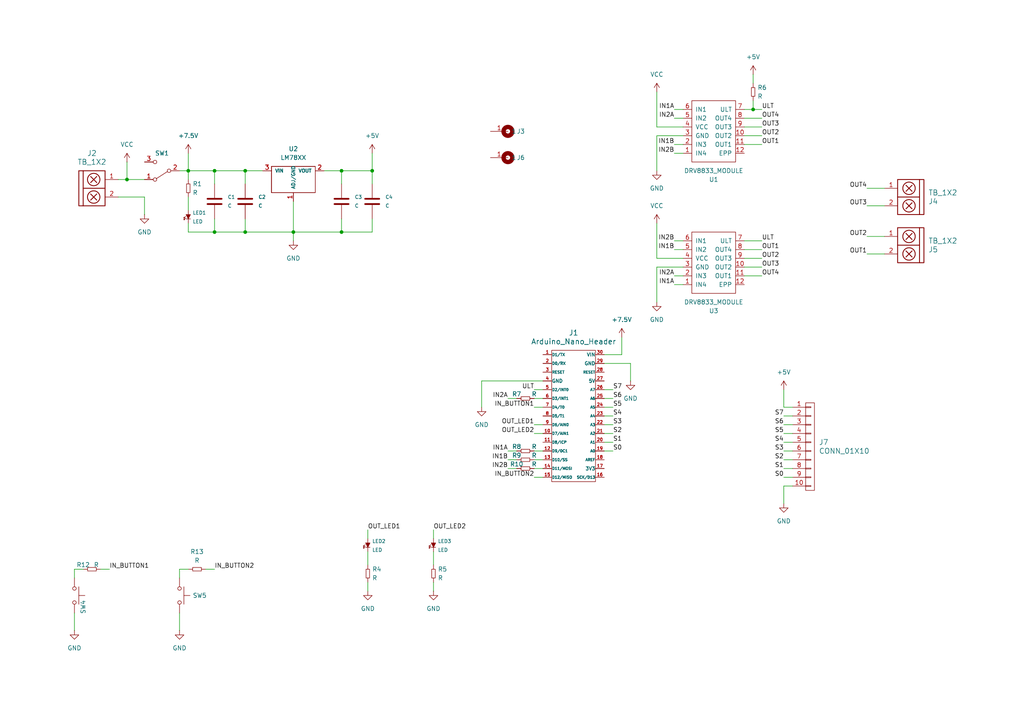
<source format=kicad_sch>
(kicad_sch (version 20231120) (generator "eeschema") (generator_version "8.0")
  (paper "A4")
  (lib_symbols
    (symbol "EESTN5:Arduino_Nano_Header" (pin_names (offset 0.0254))
      (property "Reference" "J" (at 0 20.32 0))
      (property "Value" "Arduino_Nano_Header" (at 0 -20.32 0))
      (symbol "Arduino_Nano_Header_0_1"
        (rectangle (start 6.35 -19.05) (end -6.35 19.05))
      )
      (symbol "Arduino_Nano_Header_1_1"
        (pin passive line (at -8.89 17.78 0) (length 2.54) (name "D1/TX") (number "1"))
        (pin passive line (at -8.89 -5.08 0) (length 2.54) (name "D7/AIN1") (number "10"))
        (pin passive line (at -8.89 -7.62 0) (length 2.54) (name "D8/ICP") (number "11"))
        (pin passive line (at -8.89 -10.16 0) (length 2.54) (name "D9/0C1") (number "12"))
        (pin passive line (at -8.89 -12.7 0) (length 2.54) (name "D10/SS") (number "13"))
        (pin passive line (at -8.89 -15.24 0) (length 2.54) (name "D11/MOSI") (number "14"))
        (pin passive line (at -8.89 -17.78 0) (length 2.54) (name "D12/MISO") (number "15"))
        (pin passive line (at 8.89 -17.78 180) (length 2.54) (name "SCK/D13") (number "16"))
        (pin passive line (at 8.89 -15.24 180) (length 2.54) (name "3V3") (number "17"))
        (pin passive line (at 8.89 -12.7 180) (length 2.54) (name "AREF") (number "18"))
        (pin passive line (at 8.89 -10.16 180) (length 2.54) (name "A0") (number "19"))
        (pin passive line (at -8.89 15.24 0) (length 2.54) (name "D0/RX") (number "2"))
        (pin passive line (at 8.89 -7.62 180) (length 2.54) (name "A1") (number "20"))
        (pin passive line (at 8.89 -5.08 180) (length 2.54) (name "A2") (number "21"))
        (pin passive line (at 8.89 -2.54 180) (length 2.54) (name "A3") (number "22"))
        (pin passive line (at 8.89 0 180) (length 2.54) (name "A4") (number "23"))
        (pin passive line (at 8.89 2.54 180) (length 2.54) (name "A5") (number "24"))
        (pin passive line (at 8.89 5.08 180) (length 2.54) (name "A6") (number "25"))
        (pin passive line (at 8.89 7.62 180) (length 2.54) (name "A7") (number "26"))
        (pin passive line (at 8.89 10.16 180) (length 2.54) (name "5V") (number "27"))
        (pin passive line (at 8.89 12.7 180) (length 2.54) (name "RESET") (number "28"))
        (pin passive line (at 8.89 15.24 180) (length 2.54) (name "GND") (number "29"))
        (pin passive line (at -8.89 12.7 0) (length 2.54) (name "RESET") (number "3"))
        (pin passive line (at 8.89 17.78 180) (length 2.54) (name "VIN") (number "30"))
        (pin passive line (at -8.89 10.16 0) (length 2.54) (name "GND") (number "4"))
        (pin passive line (at -8.89 7.62 0) (length 2.54) (name "D2/INT0") (number "5"))
        (pin passive line (at -8.89 5.08 0) (length 2.54) (name "D3/INT1") (number "6"))
        (pin passive line (at -8.89 2.54 0) (length 2.54) (name "D4/T0") (number "7"))
        (pin passive line (at -8.89 0 0) (length 2.54) (name "D5/T1") (number "8"))
        (pin passive line (at -8.89 -2.54 0) (length 2.54) (name "D6/AIN0") (number "9"))
      )
    )
    (symbol "EESTN5:C" (pin_numbers hide) (pin_names (offset 0.254))
      (property "Reference" "C" (at 0 2.54 0))
      (property "Value" "C" (at 0.1524 -2.159 0))
      (symbol "C_0_1"
        (polyline (pts (xy -2.032 -0.762) (xy 2.032 -0.762)) (stroke (width 0.508)))
        (polyline (pts (xy -2.032 0.762) (xy 2.032 0.762)) (stroke (width 0.508)))
      )
      (symbol "C_1_1"
        (pin passive line (at 0 5.08 270) (length 4.318) (name "~") (number "1"))
        (pin passive line (at 0 -5.08 90) (length 4.318) (name "~") (number "2"))
      )
    )
    (symbol "EESTN5:Cable_PAD" (pin_names (offset 1.016))
      (property "Reference" "J" (at 0 5.08 0))
      (symbol "Cable_PAD_0_1"
        (circle (center 0 0) (radius 1.27) (stroke (width 1.27)))
      )
      (symbol "Cable_PAD_1_1"
        (pin input line (at -5.08 0 0) (length 5.08) (name "1") (number "1"))
      )
    )
    (symbol "EESTN5:LED" (pin_numbers hide) (pin_names (offset 1.016) hide)
      (property "Reference" "LED" (at 0 2.54 0))
      (property "Value" "LED" (at 0 -2.54 0))
      (symbol "LED_0_1"
        (polyline (pts (xy 0 -0.635) (xy 1.27 0)))
        (polyline (pts (xy 0.508 -0.762) (xy 1.016 -1.27) (xy 1.016 -1.27)))
        (polyline (pts (xy 1.016 -0.762) (xy 1.524 -1.27) (xy 1.524 -1.27)))
        (polyline (pts (xy 1.27 -0.635) (xy 1.27 0.635) (xy 1.27 0.635)))
        (polyline (pts (xy 1.27 0) (xy 0 0.635) (xy 0 -0.635) (xy 0 -0.635)) (fill (type outline)))
        (polyline (pts (xy 1.524 -1.27) (xy 1.27 -1.27) (xy 1.524 -1.016) (xy 1.524 -1.27) (xy 1.524 -1.27)) (fill (type outline)))
        (polyline (pts (xy 1.016 -1.27) (xy 0.762 -1.27) (xy 1.016 -1.016) (xy 1.016 -1.27) (xy 1.016 -1.27) (xy 1.016 -1.27)) (fill (type outline)))
      )
      (symbol "LED_1_1"
        (pin passive line (at -1.27 0 0) (length 1.27) (name "A") (number "1"))
        (pin passive line (at 2.54 0 180) (length 1.27) (name "K") (number "2"))
      )
    )
    (symbol "EESTN5:R" (pin_numbers hide) (pin_names (offset 0))
      (property "Reference" "R" (at -1.27 0 90))
      (property "Value" "R" (at 1.27 0 90))
      (symbol "R_0_1"
        (rectangle (start 0.508 1.27) (end -0.508 -1.27))
      )
      (symbol "R_1_1"
        (pin passive line (at 0 2.54 270) (length 1.27) (name "~") (number "1"))
        (pin passive line (at 0 -2.54 90) (length 1.27) (name "~") (number "2"))
      )
    )
    (symbol "EESTN5:SW_Push" (pin_numbers hide) (pin_names (offset 1.016) hide)
      (property "Reference" "SW" (at 1.27 2.54 0))
      (symbol "SW_Push_0_1"
        (circle (center -2.032 0) (radius 0.508))
        (polyline (pts (xy 0 1.27) (xy 0 3.048)))
        (polyline (pts (xy 2.54 1.27) (xy -2.54 1.27)))
        (circle (center 2.032 0) (radius 0.508))
        (pin passive line (at -5.08 0 0) (length 2.54) (name "1") (number "1"))
        (pin passive line (at 5.08 0 180) (length 2.54) (name "2") (number "2"))
      )
    )
    (symbol "EESTN5:SW_SPDT" (pin_names (offset 0) hide)
      (property "Reference" "SW" (at 0 4.318 0))
      (symbol "SW_SPDT_0_0"
        (circle (center -2.032 0) (radius 0.508))
        (circle (center 2.032 -2.54) (radius 0.508))
      )
      (symbol "SW_SPDT_0_1"
        (polyline (pts (xy -1.524 0.254) (xy 1.651 2.286)))
        (circle (center 2.032 2.54) (radius 0.508))
      )
      (symbol "SW_SPDT_1_1"
        (pin passive line (at 5.08 2.54 180) (length 2.54) (name "A") (number "1"))
        (pin passive line (at -5.08 0 0) (length 2.54) (name "B") (number "2"))
        (pin passive line (at 5.08 -2.54 180) (length 2.54) (name "C") (number "3"))
      )
    )
    (symbol "EESTN5:TB_1X2" (pin_names (offset 1.016))
      (property "Reference" "J" (at 0 7.62 0))
      (property "Value" "TB_1X2" (at 1.27 -7.62 0))
      (symbol "TB_1X2_0_1"
        (rectangle (start -2.54 5.08) (end 5.08 -5.08) (stroke (width 0.254)))
        (polyline (pts (xy -1.27 0) (xy 5.08 0)) (stroke (width 0.254)))
        (polyline (pts (xy -1.27 5.08) (xy -1.27 -5.08)) (stroke (width 0.254)))
        (polyline (pts (xy 0.889 -3.429) (xy 2.667 -1.651)) (stroke (width 0.254)))
        (polyline (pts (xy 0.889 -1.651) (xy 2.667 -3.429)) (stroke (width 0.254)))
        (polyline (pts (xy 0.889 1.651) (xy 2.667 3.429)) (stroke (width 0.254)))
        (polyline (pts (xy 0.889 3.429) (xy 2.667 1.651)) (stroke (width 0.254)))
        (circle (center 1.778 -2.54) (radius 1.8034) (stroke (width 0.254)))
        (circle (center 1.778 2.54) (radius 1.8034) (stroke (width 0.254)))
      )
      (symbol "TB_1X2_1_1"
        (pin input line (at 8.89 2.54 180) (length 3.81) (name "~") (number "1"))
        (pin input line (at 8.89 -2.54 180) (length 3.81) (name "~") (number "2"))
      )
    )
    (symbol "MacroLib:CONN_01X10" (pin_names (offset 1.016))
      (property "Reference" "J" (at 0 0 0))
      (property "Value" "CONN_01X10" (at -1.27 13.97 0))
      (symbol "CONN_01X10_1_1"
        (rectangle (start -1.27 -12.7) (end 1.27 12.7))
        (rectangle (start -1.27 -11.303) (end 0.254 -11.557))
        (rectangle (start -1.27 -8.763) (end 0.254 -9.017))
        (rectangle (start -1.27 -6.223) (end 0.254 -6.477))
        (rectangle (start -1.27 -3.683) (end 0.254 -3.937))
        (rectangle (start -1.27 -1.143) (end 0.254 -1.397))
        (rectangle (start -1.27 1.397) (end 0.254 1.143))
        (rectangle (start -1.27 3.937) (end 0.254 3.683))
        (rectangle (start -1.27 6.477) (end 0.254 6.223))
        (rectangle (start -1.27 9.017) (end 0.254 8.763))
        (rectangle (start -1.27 11.557) (end 0.254 11.303))
        (pin passive line (at -5.08 11.43 0) (length 3.81) (name "~") (number "1"))
        (pin passive line (at -5.08 -11.43 0) (length 3.81) (name "~") (number "10"))
        (pin passive line (at -5.08 8.89 0) (length 3.81) (name "~") (number "2"))
        (pin passive line (at -5.08 6.35 0) (length 3.81) (name "~") (number "3"))
        (pin passive line (at -5.08 3.81 0) (length 3.81) (name "~") (number "4"))
        (pin passive line (at -5.08 1.27 0) (length 3.81) (name "~") (number "5"))
        (pin passive line (at -5.08 -1.27 0) (length 3.81) (name "~") (number "6"))
        (pin passive line (at -5.08 -3.81 0) (length 3.81) (name "~") (number "7"))
        (pin passive line (at -5.08 -6.35 0) (length 3.81) (name "~") (number "8"))
        (pin passive line (at -5.08 -8.89 0) (length 3.81) (name "~") (number "9"))
      )
    )
    (symbol "MacroLib:DRV8833_MODULE" (pin_names (offset 1.016))
      (property "Reference" "U" (at 0 12.7 0))
      (property "Value" "DRV8833_MODULE" (at 0 10.16 0))
      (symbol "DRV8833_MODULE_0_1"
        (rectangle (start -6.35 8.89) (end 6.35 -8.89))
      )
      (symbol "DRV8833_MODULE_1_1"
        (pin input line (at -8.89 6.35 0) (length 2.54) (name "IN4") (number "1"))
        (pin output line (at 8.89 1.27 180) (length 2.54) (name "OUT2") (number "10"))
        (pin output line (at 8.89 3.81 180) (length 2.54) (name "OUT1") (number "11"))
        (pin input line (at 8.89 6.35 180) (length 2.54) (name "EPP") (number "12"))
        (pin input line (at -8.89 3.81 0) (length 2.54) (name "IN3") (number "2"))
        (pin power_in line (at -8.89 1.27 0) (length 2.54) (name "GND") (number "3"))
        (pin power_in line (at -8.89 -1.27 0) (length 2.54) (name "VCC") (number "4"))
        (pin input line (at -8.89 -3.81 0) (length 2.54) (name "IN2") (number "5"))
        (pin input line (at -8.89 -6.35 0) (length 2.54) (name "IN1") (number "6"))
        (pin output line (at 8.89 -6.35 180) (length 2.54) (name "ULT") (number "7"))
        (pin output line (at 8.89 -3.81 180) (length 2.54) (name "OUT4") (number "8"))
        (pin output line (at 8.89 -1.27 180) (length 2.54) (name "OUT3") (number "9"))
      )
    )
    (symbol "MacroLib:LM78XX" (pin_names (offset 1.016))
      (property "Reference" "U" (at 0 6.985 0))
      (property "Value" "LM78XX" (at 0.127 5.08 0))
      (symbol "LM78XX_1_1"
        (rectangle (start -6.35 3.81) (end 6.35 -3.81))
        (rectangle (start -6.35 3.81) (end 6.35 -3.81))
        (pin input line (at 0 -6.35 90) (length 2.54) (name "ADJ/GND") (number "1"))
        (pin input line (at 8.89 2.54 180) (length 2.54) (name "VOUT") (number "2"))
        (pin input line (at 8.89 2.54 180) (length 2.54) (name "VOUT") (number "2"))
        (pin input line (at -8.89 2.54 0) (length 2.54) (name "VIN") (number "3"))
        (pin input line (at -8.89 2.54 0) (length 2.54) (name "VIN") (number "3"))
      )
    )
    (symbol "power:+5V" (power) (pin_numbers hide) (pin_names (offset 0) hide)
      (property "Value" "+5V" (at 0 3.556 0))
      (symbol "+5V_0_1"
        (polyline (pts (xy -0.762 1.27) (xy 0 2.54)))
        (polyline (pts (xy 0 0) (xy 0 2.54)))
        (polyline (pts (xy 0 2.54) (xy 0.762 1.27)))
      )
      (symbol "+5V_1_1"
        (pin power_in line (at 0 0 90) (length 0) (name "~") (number "1"))
      )
    )
    (symbol "power:+7.5V" (power) (pin_numbers hide) (pin_names (offset 0) hide)
      (property "Value" "+7.5V" (at 0 3.556 0))
      (symbol "+7.5V_0_1"
        (polyline (pts (xy -0.762 1.27) (xy 0 2.54)))
        (polyline (pts (xy 0 0) (xy 0 2.54)))
        (polyline (pts (xy 0 2.54) (xy 0.762 1.27)))
      )
      (symbol "+7.5V_1_1"
        (pin power_in line (at 0 0 90) (length 0) (name "~") (number "1"))
      )
    )
    (symbol "power:GND" (power) (pin_numbers hide) (pin_names (offset 0) hide)
      (property "Value" "GND" (at 0 -3.81 0))
      (symbol "GND_0_1"
        (polyline (pts (xy 0 0) (xy 0 -1.27) (xy 1.27 -1.27) (xy 0 -2.54) (xy -1.27 -1.27) (xy 0 -1.27)))
      )
      (symbol "GND_1_1"
        (pin power_in line (at 0 0 270) (length 0) (name "~") (number "1"))
      )
    )
    (symbol "power:VCC" (power) (pin_numbers hide) (pin_names (offset 0) hide)
      (property "Value" "VCC" (at 0 3.556 0))
      (symbol "VCC_0_1"
        (polyline (pts (xy -0.762 1.27) (xy 0 2.54)))
        (polyline (pts (xy 0 0) (xy 0 2.54)))
        (polyline (pts (xy 0 2.54) (xy 0.762 1.27)))
      )
      (symbol "VCC_1_1"
        (pin power_in line (at 0 0 90) (length 0) (name "~") (number "1"))
      )
    )
  )
  (junction (at 99.06 49.53))
  (junction (at 71.12 67.31))
  (junction (at 85.09 67.31))
  (junction (at 62.23 67.31))
  (junction (at 54.61 49.53))
  (junction (at 62.23 49.53))
  (junction (at 99.06 67.31))
  (junction (at 71.12 49.53))
  (junction (at 218.44 31.75))
  (junction (at 36.83 52.07))
  (junction (at 107.95 49.53))
  (wire (pts (xy 175.26 123.19) (xy 177.8 123.19)))
  (wire (pts (xy 107.95 63.5) (xy 107.95 67.31)))
  (wire (pts (xy 139.7 110.49) (xy 157.48 110.49)))
  (wire (pts (xy 227.33 118.11) (xy 229.87 118.11)))
  (wire (pts (xy 195.58 82.55) (xy 198.12 82.55)))
  (wire (pts (xy 107.95 49.53) (xy 107.95 53.34)))
  (wire (pts (xy 198.12 77.47) (xy 190.5 77.47)))
  (wire (pts (xy 139.7 118.11) (xy 139.7 110.49)))
  (wire (pts (xy 54.61 49.53) (xy 54.61 52.07)))
  (wire (pts (xy 154.94 138.43) (xy 157.48 138.43)))
  (wire (pts (xy 107.95 44.45) (xy 107.95 49.53)))
  (wire (pts (xy 175.26 115.57) (xy 177.8 115.57)))
  (wire (pts (xy 195.58 41.91) (xy 198.12 41.91)))
  (wire (pts (xy 154.94 130.81) (xy 157.48 130.81)))
  (wire (pts (xy 21.59 165.1) (xy 24.13 165.1)))
  (wire (pts (xy 175.26 102.87) (xy 180.34 102.87)))
  (wire (pts (xy 227.33 120.65) (xy 229.87 120.65)))
  (wire (pts (xy 54.61 49.53) (xy 52.07 49.53)))
  (wire (pts (xy 195.58 44.45) (xy 198.12 44.45)))
  (wire (pts (xy 198.12 36.83) (xy 190.5 36.83)))
  (wire (pts (xy 215.9 31.75) (xy 218.44 31.75)))
  (wire (pts (xy 215.9 34.29) (xy 220.98 34.29)))
  (wire (pts (xy 125.73 160.02) (xy 125.73 163.83)))
  (wire (pts (xy 21.59 165.1) (xy 21.59 167.64)))
  (wire (pts (xy 54.61 49.53) (xy 62.23 49.53)))
  (wire (pts (xy 215.9 41.91) (xy 220.98 41.91)))
  (wire (pts (xy 180.34 97.79) (xy 180.34 102.87)))
  (wire (pts (xy 227.33 123.19) (xy 229.87 123.19)))
  (wire (pts (xy 195.58 31.75) (xy 198.12 31.75)))
  (wire (pts (xy 106.68 160.02) (xy 106.68 163.83)))
  (wire (pts (xy 182.88 105.41) (xy 175.26 105.41)))
  (wire (pts (xy 227.33 146.05) (xy 227.33 140.97)))
  (wire (pts (xy 52.07 177.8) (xy 52.07 182.88)))
  (wire (pts (xy 62.23 53.34) (xy 62.23 49.53)))
  (wire (pts (xy 21.59 177.8) (xy 21.59 182.88)))
  (wire (pts (xy 36.83 46.99) (xy 36.83 52.07)))
  (wire (pts (xy 154.94 133.35) (xy 157.48 133.35)))
  (wire (pts (xy 154.94 123.19) (xy 157.48 123.19)))
  (wire (pts (xy 218.44 31.75) (xy 220.98 31.75)))
  (wire (pts (xy 147.32 135.89) (xy 149.86 135.89)))
  (wire (pts (xy 215.9 36.83) (xy 220.98 36.83)))
  (wire (pts (xy 54.61 64.77) (xy 54.61 67.31)))
  (wire (pts (xy 59.69 165.1) (xy 62.23 165.1)))
  (wire (pts (xy 125.73 153.67) (xy 125.73 156.21)))
  (wire (pts (xy 34.29 52.07) (xy 36.83 52.07)))
  (wire (pts (xy 99.06 63.5) (xy 99.06 67.31)))
  (wire (pts (xy 71.12 49.53) (xy 76.2 49.53)))
  (wire (pts (xy 147.32 130.81) (xy 149.86 130.81)))
  (wire (pts (xy 154.94 135.89) (xy 157.48 135.89)))
  (wire (pts (xy 71.12 63.5) (xy 71.12 67.31)))
  (wire (pts (xy 85.09 67.31) (xy 85.09 69.85)))
  (wire (pts (xy 62.23 49.53) (xy 71.12 49.53)))
  (wire (pts (xy 227.33 125.73) (xy 229.87 125.73)))
  (wire (pts (xy 154.94 118.11) (xy 157.48 118.11)))
  (wire (pts (xy 218.44 29.21) (xy 218.44 31.75)))
  (wire (pts (xy 190.5 39.37) (xy 190.5 49.53)))
  (wire (pts (xy 227.33 133.35) (xy 229.87 133.35)))
  (wire (pts (xy 215.9 72.39) (xy 220.98 72.39)))
  (wire (pts (xy 198.12 74.93) (xy 190.5 74.93)))
  (wire (pts (xy 54.61 44.45) (xy 54.61 49.53)))
  (wire (pts (xy 99.06 49.53) (xy 107.95 49.53)))
  (wire (pts (xy 190.5 77.47) (xy 190.5 87.63)))
  (wire (pts (xy 227.33 130.81) (xy 229.87 130.81)))
  (wire (pts (xy 93.98 49.53) (xy 99.06 49.53)))
  (wire (pts (xy 215.9 69.85) (xy 220.98 69.85)))
  (wire (pts (xy 175.26 120.65) (xy 177.8 120.65)))
  (wire (pts (xy 251.46 68.58) (xy 256.54 68.58)))
  (wire (pts (xy 215.9 80.01) (xy 220.98 80.01)))
  (wire (pts (xy 85.09 67.31) (xy 85.09 58.42)))
  (wire (pts (xy 227.33 113.03) (xy 227.33 118.11)))
  (wire (pts (xy 256.54 54.61) (xy 251.46 54.61)))
  (wire (pts (xy 52.07 165.1) (xy 54.61 165.1)))
  (wire (pts (xy 195.58 69.85) (xy 198.12 69.85)))
  (wire (pts (xy 54.61 57.15) (xy 54.61 60.96)))
  (wire (pts (xy 227.33 138.43) (xy 229.87 138.43)))
  (wire (pts (xy 54.61 67.31) (xy 62.23 67.31)))
  (wire (pts (xy 182.88 110.49) (xy 182.88 105.41)))
  (wire (pts (xy 71.12 67.31) (xy 85.09 67.31)))
  (wire (pts (xy 256.54 73.66) (xy 251.46 73.66)))
  (wire (pts (xy 41.91 57.15) (xy 41.91 62.23)))
  (wire (pts (xy 62.23 63.5) (xy 62.23 67.31)))
  (wire (pts (xy 125.73 168.91) (xy 125.73 171.45)))
  (wire (pts (xy 198.12 39.37) (xy 190.5 39.37)))
  (wire (pts (xy 190.5 26.67) (xy 190.5 36.83)))
  (wire (pts (xy 190.5 64.77) (xy 190.5 74.93)))
  (wire (pts (xy 175.26 130.81) (xy 177.8 130.81)))
  (wire (pts (xy 218.44 21.59) (xy 218.44 24.13)))
  (wire (pts (xy 147.32 133.35) (xy 149.86 133.35)))
  (wire (pts (xy 175.26 118.11) (xy 177.8 118.11)))
  (wire (pts (xy 99.06 53.34) (xy 99.06 49.53)))
  (wire (pts (xy 220.98 39.37) (xy 215.9 39.37)))
  (wire (pts (xy 85.09 67.31) (xy 99.06 67.31)))
  (wire (pts (xy 256.54 59.69) (xy 251.46 59.69)))
  (wire (pts (xy 147.32 115.57) (xy 149.86 115.57)))
  (wire (pts (xy 195.58 80.01) (xy 198.12 80.01)))
  (wire (pts (xy 34.29 57.15) (xy 41.91 57.15)))
  (wire (pts (xy 175.26 128.27) (xy 177.8 128.27)))
  (wire (pts (xy 36.83 52.07) (xy 41.91 52.07)))
  (wire (pts (xy 154.94 115.57) (xy 157.48 115.57)))
  (wire (pts (xy 62.23 67.31) (xy 71.12 67.31)))
  (wire (pts (xy 227.33 140.97) (xy 229.87 140.97)))
  (wire (pts (xy 195.58 34.29) (xy 198.12 34.29)))
  (wire (pts (xy 227.33 128.27) (xy 229.87 128.27)))
  (wire (pts (xy 175.26 113.03) (xy 177.8 113.03)))
  (wire (pts (xy 106.68 168.91) (xy 106.68 171.45)))
  (wire (pts (xy 106.68 153.67) (xy 106.68 156.21)))
  (wire (pts (xy 71.12 49.53) (xy 71.12 53.34)))
  (wire (pts (xy 195.58 72.39) (xy 198.12 72.39)))
  (wire (pts (xy 175.26 125.73) (xy 177.8 125.73)))
  (wire (pts (xy 29.21 165.1) (xy 31.75 165.1)))
  (wire (pts (xy 220.98 77.47) (xy 215.9 77.47)))
  (wire (pts (xy 215.9 74.93) (xy 220.98 74.93)))
  (wire (pts (xy 154.94 125.73) (xy 157.48 125.73)))
  (wire (pts (xy 99.06 67.31) (xy 107.95 67.31)))
  (wire (pts (xy 227.33 135.89) (xy 229.87 135.89)))
  (wire (pts (xy 52.07 165.1) (xy 52.07 167.64)))
  (wire (pts (xy 154.94 113.03) (xy 157.48 113.03)))
  (label "OUT1" (at 220.98 41.91 0))
  (label "S4" (at 227.33 128.27 180))
  (label "S4" (at 177.8 120.65 0))
  (label "S2" (at 177.8 125.73 0))
  (label "OUT3" (at 220.98 36.83 0))
  (label "IN2B" (at 195.58 44.45 180))
  (label "OUT4" (at 251.46 54.61 180))
  (label "IN2B" (at 195.58 69.85 180))
  (label "IN1B" (at 195.58 72.39 180))
  (label "OUT2" (at 220.98 39.37 0))
  (label "OUT1" (at 251.46 73.66 180))
  (label "ULT" (at 220.98 69.85 0))
  (label "IN1A" (at 195.58 82.55 180))
  (label "S7" (at 177.8 113.03 0))
  (label "IN_BUTTON2" (at 154.94 138.43 180))
  (label "OUT_LED2" (at 125.73 153.67 0))
  (label "OUT4" (at 220.98 34.29 0))
  (label "S0" (at 227.33 138.43 180))
  (label "OUT3" (at 251.46 59.69 180))
  (label "S1" (at 227.33 135.89 180))
  (label "IN2A" (at 195.58 34.29 180))
  (label "IN2B" (at 147.32 135.89 180))
  (label "S6" (at 177.8 115.57 0))
  (label "S7" (at 227.33 120.65 180))
  (label "OUT_LED2" (at 154.94 125.73 180))
  (label "ULT" (at 220.98 31.75 0))
  (label "OUT3" (at 220.98 77.47 0))
  (label "ULT" (at 154.94 113.03 180))
  (label "OUT2" (at 220.98 74.93 0))
  (label "S5" (at 177.8 118.11 0))
  (label "S6" (at 227.33 123.19 180))
  (label "IN1B" (at 147.32 133.35 180))
  (label "IN_BUTTON1" (at 154.94 118.11 180))
  (label "S0" (at 177.8 130.81 0))
  (label "OUT1" (at 220.98 72.39 0))
  (label "OUT_LED1" (at 154.94 123.19 180))
  (label "S3" (at 227.33 130.81 180))
  (label "IN_BUTTON1" (at 31.75 165.1 0))
  (label "IN2A" (at 195.58 80.01 180))
  (label "S2" (at 227.33 133.35 180))
  (label "IN1B" (at 195.58 41.91 180))
  (label "OUT2" (at 251.46 68.58 180))
  (label "IN1A" (at 147.32 130.81 180))
  (label "OUT_LED1" (at 106.68 153.67 0))
  (label "S3" (at 177.8 123.19 0))
  (label "IN1A" (at 195.58 31.75 180))
  (label "OUT4" (at 220.98 80.01 0))
  (label "IN2A" (at 147.32 115.57 180))
  (label "S5" (at 227.33 125.73 180))
  (label "IN_BUTTON2" (at 62.23 165.1 0))
  (label "S1" (at 177.8 128.27 0))
  (symbol (lib_id "EESTN5:R") (at 106.68 166.37 0) (unit 1)
    (property "Reference" "R4" (at 107.95 165.0999 0) (effects (justify left)))
    (property "Value" "R" (at 107.95 167.6399 0) (effects (justify left)))
    (property "Footprint" "MacroLib:RES0.3" (effects (hide yes)))
    (property "Description" "Resistor" (effects (hide yes)))
  )
  (symbol (lib_id "EESTN5:LED") (at 54.61 62.23 270) (unit 1)
    (property "Reference" "LED1" (at 55.88 61.7219 90) (effects (font (size 1.016 1.016)) (justify left)))
    (property "Value" "LED" (at 55.88 64.2619 90) (effects (font (size 1.016 1.016)) (justify left)))
    (property "Footprint" "EESTN5:led_5mm_red" (effects (hide yes)))
  )
  (symbol (lib_id "EESTN5:R") (at 152.4 135.89 90) (unit 1)
    (property "Reference" "R10" (at 149.86 134.62 90))
    (property "Value" "R" (at 154.94 134.62 90))
    (property "Footprint" "MacroLib:RES0.3" (effects (hide yes)))
    (property "Description" "Resistor" (effects (hide yes)))
  )
  (symbol (lib_id "EESTN5:C") (at 107.95 58.42 0) (unit 1)
    (property "Reference" "C4" (at 111.76 57.1499 0) (effects (font (size 1.016 1.016)) (justify left)))
    (property "Value" "C" (at 111.76 59.6899 0) (effects (font (size 1.016 1.016)) (justify left)))
    (property "Footprint" "EESTN5:CAP_ELEC_5x11mm" (effects (hide yes)))
  )
  (symbol (lib_id "EESTN5:Cable_PAD") (at 147.32 45.72 0) (unit 1)
    (property "Reference" "J6" (at 149.86 45.7199 0) (effects (justify left)))
    (property "Value" "Cable_PAD" (effects (hide yes)))
    (property "Footprint" "MacroLib:Pololu_Micro_Bracket_Wheel_42mm" (effects (hide yes)))
    (property "Description" "Solder Pad for cable connection" (effects (hide yes)))
  )
  (symbol (lib_id "power:GND") (at 21.59 182.88 0) (unit 1)
    (property "Reference" "#PWR06" (effects (hide yes)))
    (property "Value" "GND" (at 21.59 187.96 0))
    (property "Description" "Power symbol creates a global label with name \"GND\" , ground" (effects (hide yes)))
  )
  (symbol (lib_id "power:GND") (at 106.68 171.45 0) (unit 1)
    (property "Reference" "#PWR010" (effects (hide yes)))
    (property "Value" "GND" (at 106.68 176.53 0))
    (property "Description" "Power symbol creates a global label with name \"GND\" , ground" (effects (hide yes)))
  )
  (symbol (lib_id "EESTN5:TB_1X2") (at 265.43 71.12 0) (mirror y) (unit 1)
    (property "Reference" "J5" (at 269.24 72.3901 0) (effects (font (size 1.524 1.524)) (justify right)))
    (property "Value" "TB_1X2" (at 269.24 69.8501 0) (effects (font (size 1.524 1.524)) (justify right)))
    (property "Footprint" "EESTN5:BORNERA2_AZUL" (effects (hide yes)))
  )
  (symbol (lib_id "EESTN5:R") (at 152.4 130.81 270) (unit 1)
    (property "Reference" "R8" (at 149.86 129.54 90))
    (property "Value" "R" (at 154.94 129.54 90))
    (property "Footprint" "MacroLib:RES0.3" (effects (hide yes)))
    (property "Description" "Resistor" (effects (hide yes)))
  )
  (symbol (lib_id "power:+7.5V") (at 180.34 97.79 0) (unit 1)
    (property "Reference" "#PWR020" (effects (hide yes)))
    (property "Value" "+7.5V" (at 180.34 92.71 0))
    (property "Description" "Power symbol creates a global label with name \"+7.5V\"" (effects (hide yes)))
  )
  (symbol (lib_id "EESTN5:SW_SPDT") (at 46.99 49.53 180) (unit 1)
    (property "Reference" "SW1" (at 46.99 44.45 0))
    (property "Value" "SW_SPDT" (effects (hide yes)))
    (property "Footprint" "EESTN5:SW_SPDT_TH_Vertical" (effects (hide yes)))
    (property "Description" "Switch, single pole double throw" (effects (hide yes)))
  )
  (symbol (lib_id "power:+7.5V") (at 54.61 44.45 0) (unit 1)
    (property "Reference" "#PWR04" (effects (hide yes)))
    (property "Value" "+7.5V" (at 54.61 39.37 0))
    (property "Description" "Power symbol creates a global label with name \"+7.5V\"" (effects (hide yes)))
  )
  (symbol (lib_id "power:GND") (at 85.09 69.85 0) (unit 1)
    (property "Reference" "#PWR03" (effects (hide yes)))
    (property "Value" "GND" (at 85.09 74.93 0))
    (property "Description" "Power symbol creates a global label with name \"GND\" , ground" (effects (hide yes)))
  )
  (symbol (lib_id "EESTN5:R") (at 57.15 165.1 90) (unit 1)
    (property "Reference" "R13" (at 57.15 160.02 90))
    (property "Value" "R" (at 57.15 162.56 90))
    (property "Footprint" "MacroLib:RES0.3" (effects (hide yes)))
    (property "Description" "Resistor" (effects (hide yes)))
  )
  (symbol (lib_id "EESTN5:R") (at 26.67 165.1 90) (unit 1)
    (property "Reference" "R12" (at 24.13 163.83 90))
    (property "Value" "R" (at 27.94 163.83 90))
    (property "Footprint" "MacroLib:RES0.3" (effects (hide yes)))
    (property "Description" "Resistor" (effects (hide yes)))
  )
  (symbol (lib_id "EESTN5:SW_Push") (at 21.59 172.72 270) (unit 1)
    (property "Reference" "SW4" (at 24.13 173.99 0) (effects (justify left)))
    (property "Value" "SW_Push" (effects (hide yes)))
    (property "Footprint" "MacroLib:Button" (effects (hide yes)))
    (property "Description" "Push button switch, generic, two pins" (effects (hide yes)))
  )
  (symbol (lib_id "power:GND") (at 190.5 87.63 0) (unit 1)
    (property "Reference" "#PWR015" (effects (hide yes)))
    (property "Value" "GND" (at 190.5 92.71 0))
    (property "Description" "Power symbol creates a global label with name \"GND\" , ground" (effects (hide yes)))
  )
  (symbol (lib_id "EESTN5:Cable_PAD") (at 147.32 38.1 0) (unit 1)
    (property "Reference" "J3" (at 149.86 38.0999 0) (effects (justify left)))
    (property "Value" "Cable_PAD" (effects (hide yes)))
    (property "Footprint" "MacroLib:Pololu_Micro_Bracket_Wheel_42mm" (effects (hide yes)))
    (property "Description" "Solder Pad for cable connection" (effects (hide yes)))
  )
  (symbol (lib_id "EESTN5:TB_1X2") (at 265.43 57.15 0) (mirror y) (unit 1)
    (property "Reference" "J4" (at 269.24 58.4201 0) (effects (font (size 1.524 1.524)) (justify right)))
    (property "Value" "TB_1X2" (at 269.24 55.8801 0) (effects (font (size 1.524 1.524)) (justify right)))
    (property "Footprint" "EESTN5:BORNERA2_AZUL" (effects (hide yes)))
  )
  (symbol (lib_id "MacroLib:DRV8833_MODULE") (at 207.01 76.2 0) (mirror x) (unit 1)
    (property "Reference" "U3" (at 207.01 90.17 0))
    (property "Value" "DRV8833_MODULE" (at 207.01 87.63 0))
    (property "Footprint" "MacroLib:DRV8833_MODULE" (effects (hide yes)))
  )
  (symbol (lib_id "EESTN5:SW_Push") (at 52.07 172.72 270) (unit 1)
    (property "Reference" "SW5" (at 55.88 172.7199 90) (effects (justify left)))
    (property "Value" "SW_Push" (effects (hide yes)))
    (property "Footprint" "MacroLib:Button" (effects (hide yes)))
    (property "Description" "Push button switch, generic, two pins" (effects (hide yes)))
  )
  (symbol (lib_id "power:VCC") (at 36.83 46.99 0) (unit 1)
    (property "Reference" "#PWR02" (effects (hide yes)))
    (property "Value" "VCC" (at 36.83 41.91 0))
    (property "Description" "Power symbol creates a global label with name \"VCC\"" (effects (hide yes)))
  )
  (symbol (lib_id "power:GND") (at 52.07 182.88 0) (unit 1)
    (property "Reference" "#PWR07" (effects (hide yes)))
    (property "Value" "GND" (at 52.07 187.96 0))
    (property "Description" "Power symbol creates a global label with name \"GND\" , ground" (effects (hide yes)))
  )
  (symbol (lib_id "EESTN5:R") (at 218.44 26.67 0) (unit 1)
    (property "Reference" "R6" (at 219.71 25.3999 0) (effects (justify left)))
    (property "Value" "R" (at 219.71 27.9399 0) (effects (justify left)))
    (property "Footprint" "MacroLib:RES0.3" (effects (hide yes)))
    (property "Description" "Resistor" (effects (hide yes)))
  )
  (symbol (lib_id "power:GND") (at 41.91 62.23 0) (unit 1)
    (property "Reference" "#PWR01" (effects (hide yes)))
    (property "Value" "GND" (at 41.91 67.31 0))
    (property "Description" "Power symbol creates a global label with name \"GND\" , ground" (effects (hide yes)))
  )
  (symbol (lib_id "power:GND") (at 227.33 146.05 0) (unit 1)
    (property "Reference" "#PWR019" (effects (hide yes)))
    (property "Value" "GND" (at 227.33 151.13 0))
    (property "Description" "Power symbol creates a global label with name \"GND\" , ground" (effects (hide yes)))
  )
  (symbol (lib_id "power:GND") (at 190.5 49.53 0) (unit 1)
    (property "Reference" "#PWR013" (effects (hide yes)))
    (property "Value" "GND" (at 190.5 54.61 0))
    (property "Description" "Power symbol creates a global label with name \"GND\" , ground" (effects (hide yes)))
  )
  (symbol (lib_id "EESTN5:C") (at 62.23 58.42 0) (unit 1)
    (property "Reference" "C1" (at 66.04 57.1499 0) (effects (font (size 1.016 1.016)) (justify left)))
    (property "Value" "C" (at 66.04 59.6899 0) (effects (font (size 1.016 1.016)) (justify left)))
    (property "Footprint" "EESTN5:CAP_ELEC_5x11mm" (effects (hide yes)))
  )
  (symbol (lib_id "power:+5V") (at 107.95 44.45 0) (unit 1)
    (property "Reference" "#PWR05" (effects (hide yes)))
    (property "Value" "+5V" (at 107.95 39.37 0))
    (property "Description" "Power symbol creates a global label with name \"+5V\"" (effects (hide yes)))
  )
  (symbol (lib_id "EESTN5:C") (at 71.12 58.42 0) (unit 1)
    (property "Reference" "C2" (at 74.93 57.1499 0) (effects (font (size 1.016 1.016)) (justify left)))
    (property "Value" "C" (at 74.93 59.6899 0) (effects (font (size 1.016 1.016)) (justify left)))
    (property "Footprint" "EESTN5:CAP_0.2" (effects (hide yes)))
  )
  (symbol (lib_id "EESTN5:R") (at 125.73 166.37 0) (unit 1)
    (property "Reference" "R5" (at 127 165.0999 0) (effects (justify left)))
    (property "Value" "R" (at 127 167.6399 0) (effects (justify left)))
    (property "Footprint" "MacroLib:RES0.3" (effects (hide yes)))
    (property "Description" "Resistor" (effects (hide yes)))
  )
  (symbol (lib_id "EESTN5:LED") (at 125.73 157.48 270) (unit 1)
    (property "Reference" "LED3" (at 127 156.9719 90) (effects (font (size 1.016 1.016)) (justify left)))
    (property "Value" "LED" (at 127 159.5119 90) (effects (font (size 1.016 1.016)) (justify left)))
    (property "Footprint" "EESTN5:led_5mm_green" (effects (hide yes)))
  )
  (symbol (lib_id "EESTN5:TB_1X2") (at 25.4 54.61 0) (unit 1)
    (property "Reference" "J2" (at 26.67 44.45 0) (effects (font (size 1.524 1.524))))
    (property "Value" "TB_1X2" (at 26.67 46.99 0) (effects (font (size 1.524 1.524))))
    (property "Footprint" "MacroLib:XT30AWM" (effects (hide yes)))
  )
  (symbol (lib_id "power:+5V") (at 218.44 21.59 0) (unit 1)
    (property "Reference" "#PWR08" (effects (hide yes)))
    (property "Value" "+5V" (at 218.44 16.51 0))
    (property "Description" "Power symbol creates a global label with name \"+5V\"" (effects (hide yes)))
  )
  (symbol (lib_id "EESTN5:Arduino_Nano_Header") (at 166.37 120.65 0) (unit 1)
    (property "Reference" "J1" (at 166.37 96.52 0) (effects (font (size 1.524 1.524))))
    (property "Value" "Arduino_Nano_Header" (at 166.37 99.06 0) (effects (font (size 1.524 1.524))))
    (property "Footprint" "EESTN5:arduino_nano_header" (effects (hide yes)))
  )
  (symbol (lib_id "EESTN5:R") (at 152.4 115.57 90) (unit 1)
    (property "Reference" "R7" (at 149.86 114.3 90))
    (property "Value" "R" (at 154.94 114.3 90))
    (property "Footprint" "MacroLib:RES0.3" (effects (hide yes)))
    (property "Description" "Resistor" (effects (hide yes)))
  )
  (symbol (lib_id "power:GND") (at 125.73 171.45 0) (unit 1)
    (property "Reference" "#PWR011" (effects (hide yes)))
    (property "Value" "GND" (at 125.73 176.53 0))
    (property "Description" "Power symbol creates a global label with name \"GND\" , ground" (effects (hide yes)))
  )
  (symbol (lib_id "MacroLib:DRV8833_MODULE") (at 207.01 38.1 0) (mirror x) (unit 1)
    (property "Reference" "U1" (at 207.01 52.07 0))
    (property "Value" "DRV8833_MODULE" (at 207.01 49.53 0))
    (property "Footprint" "MacroLib:DRV8833_MODULE" (effects (hide yes)))
  )
  (symbol (lib_id "power:GND") (at 182.88 110.49 0) (unit 1)
    (property "Reference" "#PWR016" (effects (hide yes)))
    (property "Value" "GND" (at 182.88 115.57 0))
    (property "Description" "Power symbol creates a global label with name \"GND\" , ground" (effects (hide yes)))
  )
  (symbol (lib_id "MacroLib:CONN_01X10") (at 234.95 129.54 0) (unit 1)
    (property "Reference" "J7" (at 237.49 128.2699 0) (effects (font (size 1.4986 1.4986)) (justify left)))
    (property "Value" "CONN_01X10" (at 237.49 130.8099 0) (effects (font (size 1.4986 1.4986)) (justify left)))
    (property "Footprint" "MacroLib:Pin_Header_Wire_10" (effects (hide yes)))
  )
  (symbol (lib_id "power:GND") (at 139.7 118.11 0) (unit 1)
    (property "Reference" "#PWR018" (effects (hide yes)))
    (property "Value" "GND" (at 139.7 123.19 0))
    (property "Description" "Power symbol creates a global label with name \"GND\" , ground" (effects (hide yes)))
  )
  (symbol (lib_id "EESTN5:LED") (at 106.68 157.48 270) (unit 1)
    (property "Reference" "LED2" (at 107.95 156.9719 90) (effects (font (size 1.016 1.016)) (justify left)))
    (property "Value" "LED" (at 107.95 159.5119 90) (effects (font (size 1.016 1.016)) (justify left)))
    (property "Footprint" "EESTN5:led_5mm_green" (effects (hide yes)))
  )
  (symbol (lib_id "power:VCC") (at 190.5 64.77 0) (unit 1)
    (property "Reference" "#PWR014" (effects (hide yes)))
    (property "Value" "VCC" (at 190.5 59.69 0))
    (property "Description" "Power symbol creates a global label with name \"VCC\"" (effects (hide yes)))
  )
  (symbol (lib_id "EESTN5:R") (at 152.4 133.35 90) (unit 1)
    (property "Reference" "R9" (at 149.86 132.08 90))
    (property "Value" "R" (at 154.94 132.08 90))
    (property "Footprint" "MacroLib:RES0.3" (effects (hide yes)))
    (property "Description" "Resistor" (effects (hide yes)))
  )
  (symbol (lib_id "power:VCC") (at 190.5 26.67 0) (unit 1)
    (property "Reference" "#PWR012" (effects (hide yes)))
    (property "Value" "VCC" (at 190.5 21.59 0))
    (property "Description" "Power symbol creates a global label with name \"VCC\"" (effects (hide yes)))
  )
  (symbol (lib_id "MacroLib:LM78XX") (at 85.09 52.07 0) (unit 1)
    (property "Reference" "U2" (at 85.09 43.18 0))
    (property "Value" "LM78XX" (at 85.09 45.72 0))
    (property "Footprint" "MacroLib:TO-220-3_Vertical" (effects (hide yes)))
  )
  (symbol (lib_id "EESTN5:C") (at 99.06 58.42 0) (unit 1)
    (property "Reference" "C3" (at 102.87 57.1499 0) (effects (font (size 1.016 1.016)) (justify left)))
    (property "Value" "C" (at 102.87 59.6899 0) (effects (font (size 1.016 1.016)) (justify left)))
    (property "Footprint" "EESTN5:CAP_0.2" (effects (hide yes)))
  )
  (symbol (lib_id "EESTN5:R") (at 54.61 54.61 0) (unit 1)
    (property "Reference" "R1" (at 55.88 53.3399 0) (effects (justify left)))
    (property "Value" "R" (at 55.88 55.8799 0) (effects (justify left)))
    (property "Footprint" "MacroLib:RES0.3" (effects (hide yes)))
    (property "Description" "Resistor" (effects (hide yes)))
  )
  (symbol (lib_id "power:+5V") (at 227.33 113.03 0) (unit 1)
    (property "Reference" "#PWR09" (effects (hide yes)))
    (property "Value" "+5V" (at 227.33 107.95 0))
    (property "Description" "Power symbol creates a global label with name \"+5V\"" (effects (hide yes)))
  )
)
</source>
